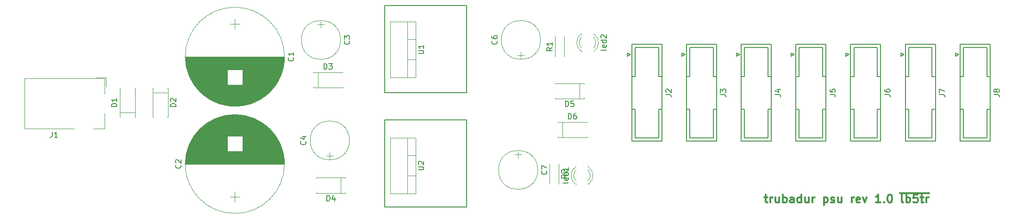
<source format=gbr>
G04 #@! TF.FileFunction,Legend,Top*
%FSLAX46Y46*%
G04 Gerber Fmt 4.6, Leading zero omitted, Abs format (unit mm)*
G04 Created by KiCad (PCBNEW 4.0.7-e2-6376~61~ubuntu18.04.1) date Mon Jul 23 21:43:28 2018*
%MOMM*%
%LPD*%
G01*
G04 APERTURE LIST*
%ADD10C,0.100000*%
%ADD11C,0.300000*%
%ADD12C,0.150000*%
%ADD13C,0.120000*%
G04 APERTURE END LIST*
D10*
D11*
X166500001Y-96178571D02*
X167071430Y-96178571D01*
X166714287Y-95678571D02*
X166714287Y-96964286D01*
X166785715Y-97107143D01*
X166928573Y-97178571D01*
X167071430Y-97178571D01*
X167571430Y-97178571D02*
X167571430Y-96178571D01*
X167571430Y-96464286D02*
X167642858Y-96321429D01*
X167714287Y-96250000D01*
X167857144Y-96178571D01*
X168000001Y-96178571D01*
X169142858Y-96178571D02*
X169142858Y-97178571D01*
X168500001Y-96178571D02*
X168500001Y-96964286D01*
X168571429Y-97107143D01*
X168714287Y-97178571D01*
X168928572Y-97178571D01*
X169071429Y-97107143D01*
X169142858Y-97035714D01*
X169857144Y-97178571D02*
X169857144Y-95678571D01*
X169857144Y-96250000D02*
X170000001Y-96178571D01*
X170285715Y-96178571D01*
X170428572Y-96250000D01*
X170500001Y-96321429D01*
X170571430Y-96464286D01*
X170571430Y-96892857D01*
X170500001Y-97035714D01*
X170428572Y-97107143D01*
X170285715Y-97178571D01*
X170000001Y-97178571D01*
X169857144Y-97107143D01*
X171857144Y-97178571D02*
X171857144Y-96392857D01*
X171785715Y-96250000D01*
X171642858Y-96178571D01*
X171357144Y-96178571D01*
X171214287Y-96250000D01*
X171857144Y-97107143D02*
X171714287Y-97178571D01*
X171357144Y-97178571D01*
X171214287Y-97107143D01*
X171142858Y-96964286D01*
X171142858Y-96821429D01*
X171214287Y-96678571D01*
X171357144Y-96607143D01*
X171714287Y-96607143D01*
X171857144Y-96535714D01*
X173214287Y-97178571D02*
X173214287Y-95678571D01*
X173214287Y-97107143D02*
X173071430Y-97178571D01*
X172785716Y-97178571D01*
X172642858Y-97107143D01*
X172571430Y-97035714D01*
X172500001Y-96892857D01*
X172500001Y-96464286D01*
X172571430Y-96321429D01*
X172642858Y-96250000D01*
X172785716Y-96178571D01*
X173071430Y-96178571D01*
X173214287Y-96250000D01*
X174571430Y-96178571D02*
X174571430Y-97178571D01*
X173928573Y-96178571D02*
X173928573Y-96964286D01*
X174000001Y-97107143D01*
X174142859Y-97178571D01*
X174357144Y-97178571D01*
X174500001Y-97107143D01*
X174571430Y-97035714D01*
X175285716Y-97178571D02*
X175285716Y-96178571D01*
X175285716Y-96464286D02*
X175357144Y-96321429D01*
X175428573Y-96250000D01*
X175571430Y-96178571D01*
X175714287Y-96178571D01*
X177357144Y-96178571D02*
X177357144Y-97678571D01*
X177357144Y-96250000D02*
X177500001Y-96178571D01*
X177785715Y-96178571D01*
X177928572Y-96250000D01*
X178000001Y-96321429D01*
X178071430Y-96464286D01*
X178071430Y-96892857D01*
X178000001Y-97035714D01*
X177928572Y-97107143D01*
X177785715Y-97178571D01*
X177500001Y-97178571D01*
X177357144Y-97107143D01*
X178642858Y-97107143D02*
X178785715Y-97178571D01*
X179071430Y-97178571D01*
X179214287Y-97107143D01*
X179285715Y-96964286D01*
X179285715Y-96892857D01*
X179214287Y-96750000D01*
X179071430Y-96678571D01*
X178857144Y-96678571D01*
X178714287Y-96607143D01*
X178642858Y-96464286D01*
X178642858Y-96392857D01*
X178714287Y-96250000D01*
X178857144Y-96178571D01*
X179071430Y-96178571D01*
X179214287Y-96250000D01*
X180571430Y-96178571D02*
X180571430Y-97178571D01*
X179928573Y-96178571D02*
X179928573Y-96964286D01*
X180000001Y-97107143D01*
X180142859Y-97178571D01*
X180357144Y-97178571D01*
X180500001Y-97107143D01*
X180571430Y-97035714D01*
X182428573Y-97178571D02*
X182428573Y-96178571D01*
X182428573Y-96464286D02*
X182500001Y-96321429D01*
X182571430Y-96250000D01*
X182714287Y-96178571D01*
X182857144Y-96178571D01*
X183928572Y-97107143D02*
X183785715Y-97178571D01*
X183500001Y-97178571D01*
X183357144Y-97107143D01*
X183285715Y-96964286D01*
X183285715Y-96392857D01*
X183357144Y-96250000D01*
X183500001Y-96178571D01*
X183785715Y-96178571D01*
X183928572Y-96250000D01*
X184000001Y-96392857D01*
X184000001Y-96535714D01*
X183285715Y-96678571D01*
X184500001Y-96178571D02*
X184857144Y-97178571D01*
X185214286Y-96178571D01*
X187714286Y-97178571D02*
X186857143Y-97178571D01*
X187285715Y-97178571D02*
X187285715Y-95678571D01*
X187142858Y-95892857D01*
X187000000Y-96035714D01*
X186857143Y-96107143D01*
X188357143Y-97035714D02*
X188428571Y-97107143D01*
X188357143Y-97178571D01*
X188285714Y-97107143D01*
X188357143Y-97035714D01*
X188357143Y-97178571D01*
X189357143Y-95678571D02*
X189500000Y-95678571D01*
X189642857Y-95750000D01*
X189714286Y-95821429D01*
X189785715Y-95964286D01*
X189857143Y-96250000D01*
X189857143Y-96607143D01*
X189785715Y-96892857D01*
X189714286Y-97035714D01*
X189642857Y-97107143D01*
X189500000Y-97178571D01*
X189357143Y-97178571D01*
X189214286Y-97107143D01*
X189142857Y-97035714D01*
X189071429Y-96892857D01*
X189000000Y-96607143D01*
X189000000Y-96250000D01*
X189071429Y-95964286D01*
X189142857Y-95821429D01*
X189214286Y-95750000D01*
X189357143Y-95678571D01*
X191857143Y-97178571D02*
X191714285Y-97107143D01*
X191642857Y-96964286D01*
X191642857Y-95678571D01*
X192428571Y-97178571D02*
X192428571Y-95678571D01*
X192428571Y-96250000D02*
X192571428Y-96178571D01*
X192857142Y-96178571D01*
X192999999Y-96250000D01*
X193071428Y-96321429D01*
X193142857Y-96464286D01*
X193142857Y-96892857D01*
X193071428Y-97035714D01*
X192999999Y-97107143D01*
X192857142Y-97178571D01*
X192571428Y-97178571D01*
X192428571Y-97107143D01*
X194500000Y-95678571D02*
X193785714Y-95678571D01*
X193714285Y-96392857D01*
X193785714Y-96321429D01*
X193928571Y-96250000D01*
X194285714Y-96250000D01*
X194428571Y-96321429D01*
X194500000Y-96392857D01*
X194571428Y-96535714D01*
X194571428Y-96892857D01*
X194500000Y-97035714D01*
X194428571Y-97107143D01*
X194285714Y-97178571D01*
X193928571Y-97178571D01*
X193785714Y-97107143D01*
X193714285Y-97035714D01*
X194999999Y-96178571D02*
X195571428Y-96178571D01*
X195214285Y-95678571D02*
X195214285Y-96964286D01*
X195285713Y-97107143D01*
X195428571Y-97178571D01*
X195571428Y-97178571D01*
X196071428Y-97178571D02*
X196071428Y-96178571D01*
X196071428Y-96464286D02*
X196142856Y-96321429D01*
X196214285Y-96250000D01*
X196357142Y-96178571D01*
X196499999Y-96178571D01*
X191285714Y-95420000D02*
X196642856Y-95420000D01*
D12*
X112000000Y-98000000D02*
X112000000Y-87500000D01*
X97000000Y-98000000D02*
X112000000Y-98000000D01*
X97000000Y-82000000D02*
X97000000Y-98000000D01*
X112000000Y-82000000D02*
X97000000Y-82000000D01*
X112000000Y-87500000D02*
X112000000Y-82000000D01*
D13*
X78718000Y-70386000D02*
G75*
G03X78718000Y-70386000I-9090000J0D01*
G01*
X78678000Y-70386000D02*
X60578000Y-70386000D01*
X78678000Y-70426000D02*
X60578000Y-70426000D01*
X78678000Y-70466000D02*
X60578000Y-70466000D01*
X78678000Y-70506000D02*
X60578000Y-70506000D01*
X78677000Y-70546000D02*
X60579000Y-70546000D01*
X78676000Y-70586000D02*
X60580000Y-70586000D01*
X78675000Y-70626000D02*
X60581000Y-70626000D01*
X78674000Y-70666000D02*
X60582000Y-70666000D01*
X78673000Y-70706000D02*
X60583000Y-70706000D01*
X78671000Y-70746000D02*
X60585000Y-70746000D01*
X78670000Y-70786000D02*
X60586000Y-70786000D01*
X78668000Y-70826000D02*
X60588000Y-70826000D01*
X78666000Y-70866000D02*
X60590000Y-70866000D01*
X78664000Y-70906000D02*
X60592000Y-70906000D01*
X78661000Y-70946000D02*
X60595000Y-70946000D01*
X78659000Y-70986000D02*
X60597000Y-70986000D01*
X78656000Y-71026000D02*
X60600000Y-71026000D01*
X78653000Y-71066000D02*
X60603000Y-71066000D01*
X78650000Y-71107000D02*
X60606000Y-71107000D01*
X78647000Y-71147000D02*
X60609000Y-71147000D01*
X78643000Y-71187000D02*
X60613000Y-71187000D01*
X78640000Y-71227000D02*
X60616000Y-71227000D01*
X78636000Y-71267000D02*
X60620000Y-71267000D01*
X78632000Y-71307000D02*
X60624000Y-71307000D01*
X78628000Y-71347000D02*
X60628000Y-71347000D01*
X78623000Y-71387000D02*
X60633000Y-71387000D01*
X78619000Y-71427000D02*
X60637000Y-71427000D01*
X78614000Y-71467000D02*
X60642000Y-71467000D01*
X78609000Y-71507000D02*
X60647000Y-71507000D01*
X78604000Y-71547000D02*
X60652000Y-71547000D01*
X78599000Y-71587000D02*
X60657000Y-71587000D01*
X78594000Y-71627000D02*
X60662000Y-71627000D01*
X78588000Y-71667000D02*
X60668000Y-71667000D01*
X78582000Y-71707000D02*
X60674000Y-71707000D01*
X78576000Y-71747000D02*
X60680000Y-71747000D01*
X78570000Y-71787000D02*
X60686000Y-71787000D01*
X78564000Y-71827000D02*
X60692000Y-71827000D01*
X78557000Y-71867000D02*
X60699000Y-71867000D01*
X78551000Y-71907000D02*
X60705000Y-71907000D01*
X78544000Y-71947000D02*
X60712000Y-71947000D01*
X78537000Y-71987000D02*
X60719000Y-71987000D01*
X78529000Y-72027000D02*
X60727000Y-72027000D01*
X78522000Y-72067000D02*
X60734000Y-72067000D01*
X78514000Y-72107000D02*
X60742000Y-72107000D01*
X78506000Y-72147000D02*
X60750000Y-72147000D01*
X78498000Y-72187000D02*
X60758000Y-72187000D01*
X78490000Y-72227000D02*
X60766000Y-72227000D01*
X78482000Y-72267000D02*
X60774000Y-72267000D01*
X78473000Y-72307000D02*
X60783000Y-72307000D01*
X78465000Y-72347000D02*
X60791000Y-72347000D01*
X78456000Y-72387000D02*
X60800000Y-72387000D01*
X78447000Y-72427000D02*
X60809000Y-72427000D01*
X78437000Y-72467000D02*
X60819000Y-72467000D01*
X78428000Y-72507000D02*
X60828000Y-72507000D01*
X78418000Y-72547000D02*
X60838000Y-72547000D01*
X78408000Y-72587000D02*
X60848000Y-72587000D01*
X78398000Y-72627000D02*
X60858000Y-72627000D01*
X78388000Y-72667000D02*
X60868000Y-72667000D01*
X78377000Y-72707000D02*
X60879000Y-72707000D01*
X78367000Y-72747000D02*
X60889000Y-72747000D01*
X78356000Y-72787000D02*
X71008000Y-72787000D01*
X68248000Y-72787000D02*
X60900000Y-72787000D01*
X78345000Y-72827000D02*
X71008000Y-72827000D01*
X68248000Y-72827000D02*
X60911000Y-72827000D01*
X78334000Y-72867000D02*
X71008000Y-72867000D01*
X68248000Y-72867000D02*
X60922000Y-72867000D01*
X78322000Y-72907000D02*
X71008000Y-72907000D01*
X68248000Y-72907000D02*
X60934000Y-72907000D01*
X78311000Y-72947000D02*
X71008000Y-72947000D01*
X68248000Y-72947000D02*
X60945000Y-72947000D01*
X78299000Y-72987000D02*
X71008000Y-72987000D01*
X68248000Y-72987000D02*
X60957000Y-72987000D01*
X78287000Y-73027000D02*
X71008000Y-73027000D01*
X68248000Y-73027000D02*
X60969000Y-73027000D01*
X78274000Y-73067000D02*
X71008000Y-73067000D01*
X68248000Y-73067000D02*
X60982000Y-73067000D01*
X78262000Y-73107000D02*
X71008000Y-73107000D01*
X68248000Y-73107000D02*
X60994000Y-73107000D01*
X78249000Y-73147000D02*
X71008000Y-73147000D01*
X68248000Y-73147000D02*
X61007000Y-73147000D01*
X78237000Y-73187000D02*
X71008000Y-73187000D01*
X68248000Y-73187000D02*
X61019000Y-73187000D01*
X78223000Y-73227000D02*
X71008000Y-73227000D01*
X68248000Y-73227000D02*
X61033000Y-73227000D01*
X78210000Y-73267000D02*
X71008000Y-73267000D01*
X68248000Y-73267000D02*
X61046000Y-73267000D01*
X78197000Y-73307000D02*
X71008000Y-73307000D01*
X68248000Y-73307000D02*
X61059000Y-73307000D01*
X78183000Y-73347000D02*
X71008000Y-73347000D01*
X68248000Y-73347000D02*
X61073000Y-73347000D01*
X78169000Y-73387000D02*
X71008000Y-73387000D01*
X68248000Y-73387000D02*
X61087000Y-73387000D01*
X78155000Y-73427000D02*
X71008000Y-73427000D01*
X68248000Y-73427000D02*
X61101000Y-73427000D01*
X78141000Y-73467000D02*
X71008000Y-73467000D01*
X68248000Y-73467000D02*
X61115000Y-73467000D01*
X78126000Y-73507000D02*
X71008000Y-73507000D01*
X68248000Y-73507000D02*
X61130000Y-73507000D01*
X78112000Y-73547000D02*
X71008000Y-73547000D01*
X68248000Y-73547000D02*
X61144000Y-73547000D01*
X78097000Y-73587000D02*
X71008000Y-73587000D01*
X68248000Y-73587000D02*
X61159000Y-73587000D01*
X78081000Y-73627000D02*
X71008000Y-73627000D01*
X68248000Y-73627000D02*
X61175000Y-73627000D01*
X78066000Y-73667000D02*
X71008000Y-73667000D01*
X68248000Y-73667000D02*
X61190000Y-73667000D01*
X78051000Y-73707000D02*
X71008000Y-73707000D01*
X68248000Y-73707000D02*
X61205000Y-73707000D01*
X78035000Y-73747000D02*
X71008000Y-73747000D01*
X68248000Y-73747000D02*
X61221000Y-73747000D01*
X78019000Y-73787000D02*
X71008000Y-73787000D01*
X68248000Y-73787000D02*
X61237000Y-73787000D01*
X78002000Y-73827000D02*
X71008000Y-73827000D01*
X68248000Y-73827000D02*
X61254000Y-73827000D01*
X77986000Y-73867000D02*
X71008000Y-73867000D01*
X68248000Y-73867000D02*
X61270000Y-73867000D01*
X77969000Y-73907000D02*
X71008000Y-73907000D01*
X68248000Y-73907000D02*
X61287000Y-73907000D01*
X77952000Y-73947000D02*
X71008000Y-73947000D01*
X68248000Y-73947000D02*
X61304000Y-73947000D01*
X77935000Y-73987000D02*
X71008000Y-73987000D01*
X68248000Y-73987000D02*
X61321000Y-73987000D01*
X77918000Y-74027000D02*
X71008000Y-74027000D01*
X68248000Y-74027000D02*
X61338000Y-74027000D01*
X77900000Y-74067000D02*
X71008000Y-74067000D01*
X68248000Y-74067000D02*
X61356000Y-74067000D01*
X77882000Y-74107000D02*
X71008000Y-74107000D01*
X68248000Y-74107000D02*
X61374000Y-74107000D01*
X77864000Y-74147000D02*
X71008000Y-74147000D01*
X68248000Y-74147000D02*
X61392000Y-74147000D01*
X77846000Y-74187000D02*
X71008000Y-74187000D01*
X68248000Y-74187000D02*
X61410000Y-74187000D01*
X77828000Y-74227000D02*
X71008000Y-74227000D01*
X68248000Y-74227000D02*
X61428000Y-74227000D01*
X77809000Y-74267000D02*
X71008000Y-74267000D01*
X68248000Y-74267000D02*
X61447000Y-74267000D01*
X77790000Y-74307000D02*
X71008000Y-74307000D01*
X68248000Y-74307000D02*
X61466000Y-74307000D01*
X77771000Y-74347000D02*
X71008000Y-74347000D01*
X68248000Y-74347000D02*
X61485000Y-74347000D01*
X77751000Y-74387000D02*
X71008000Y-74387000D01*
X68248000Y-74387000D02*
X61505000Y-74387000D01*
X77731000Y-74427000D02*
X71008000Y-74427000D01*
X68248000Y-74427000D02*
X61525000Y-74427000D01*
X77711000Y-74467000D02*
X71008000Y-74467000D01*
X68248000Y-74467000D02*
X61545000Y-74467000D01*
X77691000Y-74507000D02*
X71008000Y-74507000D01*
X68248000Y-74507000D02*
X61565000Y-74507000D01*
X77671000Y-74547000D02*
X71008000Y-74547000D01*
X68248000Y-74547000D02*
X61585000Y-74547000D01*
X77650000Y-74587000D02*
X71008000Y-74587000D01*
X68248000Y-74587000D02*
X61606000Y-74587000D01*
X77629000Y-74627000D02*
X71008000Y-74627000D01*
X68248000Y-74627000D02*
X61627000Y-74627000D01*
X77608000Y-74667000D02*
X71008000Y-74667000D01*
X68248000Y-74667000D02*
X61648000Y-74667000D01*
X77586000Y-74707000D02*
X71008000Y-74707000D01*
X68248000Y-74707000D02*
X61670000Y-74707000D01*
X77565000Y-74747000D02*
X71008000Y-74747000D01*
X68248000Y-74747000D02*
X61691000Y-74747000D01*
X77543000Y-74787000D02*
X71008000Y-74787000D01*
X68248000Y-74787000D02*
X61713000Y-74787000D01*
X77520000Y-74827000D02*
X71008000Y-74827000D01*
X68248000Y-74827000D02*
X61736000Y-74827000D01*
X77498000Y-74867000D02*
X71008000Y-74867000D01*
X68248000Y-74867000D02*
X61758000Y-74867000D01*
X77475000Y-74907000D02*
X71008000Y-74907000D01*
X68248000Y-74907000D02*
X61781000Y-74907000D01*
X77452000Y-74947000D02*
X71008000Y-74947000D01*
X68248000Y-74947000D02*
X61804000Y-74947000D01*
X77429000Y-74987000D02*
X71008000Y-74987000D01*
X68248000Y-74987000D02*
X61827000Y-74987000D01*
X77405000Y-75027000D02*
X71008000Y-75027000D01*
X68248000Y-75027000D02*
X61851000Y-75027000D01*
X77381000Y-75067000D02*
X71008000Y-75067000D01*
X68248000Y-75067000D02*
X61875000Y-75067000D01*
X77357000Y-75107000D02*
X71008000Y-75107000D01*
X68248000Y-75107000D02*
X61899000Y-75107000D01*
X77333000Y-75147000D02*
X71008000Y-75147000D01*
X68248000Y-75147000D02*
X61923000Y-75147000D01*
X77308000Y-75187000D02*
X71008000Y-75187000D01*
X68248000Y-75187000D02*
X61948000Y-75187000D01*
X77283000Y-75227000D02*
X71008000Y-75227000D01*
X68248000Y-75227000D02*
X61973000Y-75227000D01*
X77258000Y-75267000D02*
X71008000Y-75267000D01*
X68248000Y-75267000D02*
X61998000Y-75267000D01*
X77232000Y-75307000D02*
X71008000Y-75307000D01*
X68248000Y-75307000D02*
X62024000Y-75307000D01*
X77206000Y-75347000D02*
X71008000Y-75347000D01*
X68248000Y-75347000D02*
X62050000Y-75347000D01*
X77180000Y-75387000D02*
X71008000Y-75387000D01*
X68248000Y-75387000D02*
X62076000Y-75387000D01*
X77153000Y-75427000D02*
X71008000Y-75427000D01*
X68248000Y-75427000D02*
X62103000Y-75427000D01*
X77127000Y-75467000D02*
X71008000Y-75467000D01*
X68248000Y-75467000D02*
X62129000Y-75467000D01*
X77099000Y-75507000D02*
X71008000Y-75507000D01*
X68248000Y-75507000D02*
X62157000Y-75507000D01*
X77072000Y-75547000D02*
X62184000Y-75547000D01*
X77044000Y-75587000D02*
X62212000Y-75587000D01*
X77016000Y-75627000D02*
X62240000Y-75627000D01*
X76988000Y-75667000D02*
X62268000Y-75667000D01*
X76959000Y-75707000D02*
X62297000Y-75707000D01*
X76930000Y-75747000D02*
X62326000Y-75747000D01*
X76901000Y-75787000D02*
X62355000Y-75787000D01*
X76871000Y-75827000D02*
X62385000Y-75827000D01*
X76841000Y-75867000D02*
X62415000Y-75867000D01*
X76811000Y-75907000D02*
X62445000Y-75907000D01*
X76780000Y-75947000D02*
X62476000Y-75947000D01*
X76749000Y-75987000D02*
X62507000Y-75987000D01*
X76717000Y-76027000D02*
X62539000Y-76027000D01*
X76685000Y-76067000D02*
X62571000Y-76067000D01*
X76653000Y-76107000D02*
X62603000Y-76107000D01*
X76621000Y-76147000D02*
X62635000Y-76147000D01*
X76588000Y-76187000D02*
X62668000Y-76187000D01*
X76554000Y-76227000D02*
X62702000Y-76227000D01*
X76521000Y-76267000D02*
X62735000Y-76267000D01*
X76486000Y-76307000D02*
X62770000Y-76307000D01*
X76452000Y-76347000D02*
X62804000Y-76347000D01*
X76417000Y-76387000D02*
X62839000Y-76387000D01*
X76382000Y-76427000D02*
X62874000Y-76427000D01*
X76346000Y-76467000D02*
X62910000Y-76467000D01*
X76310000Y-76507000D02*
X62946000Y-76507000D01*
X76273000Y-76547000D02*
X62983000Y-76547000D01*
X76236000Y-76587000D02*
X63020000Y-76587000D01*
X76198000Y-76627000D02*
X63058000Y-76627000D01*
X76160000Y-76667000D02*
X63096000Y-76667000D01*
X76122000Y-76707000D02*
X63134000Y-76707000D01*
X76083000Y-76747000D02*
X63173000Y-76747000D01*
X76044000Y-76787000D02*
X63212000Y-76787000D01*
X76004000Y-76827000D02*
X63252000Y-76827000D01*
X75963000Y-76867000D02*
X63293000Y-76867000D01*
X75922000Y-76907000D02*
X63334000Y-76907000D01*
X75881000Y-76947000D02*
X63375000Y-76947000D01*
X75839000Y-76987000D02*
X63417000Y-76987000D01*
X75796000Y-77027000D02*
X63460000Y-77027000D01*
X75753000Y-77067000D02*
X63503000Y-77067000D01*
X75710000Y-77107000D02*
X63546000Y-77107000D01*
X75666000Y-77147000D02*
X63590000Y-77147000D01*
X75621000Y-77187000D02*
X63635000Y-77187000D01*
X75575000Y-77227000D02*
X63681000Y-77227000D01*
X75529000Y-77267000D02*
X63727000Y-77267000D01*
X75483000Y-77307000D02*
X63773000Y-77307000D01*
X75435000Y-77347000D02*
X63821000Y-77347000D01*
X75387000Y-77387000D02*
X63869000Y-77387000D01*
X75339000Y-77427000D02*
X63917000Y-77427000D01*
X75290000Y-77467000D02*
X63966000Y-77467000D01*
X75239000Y-77507000D02*
X64017000Y-77507000D01*
X75189000Y-77547000D02*
X64067000Y-77547000D01*
X75137000Y-77587000D02*
X64119000Y-77587000D01*
X75085000Y-77627000D02*
X64171000Y-77627000D01*
X75032000Y-77667000D02*
X64224000Y-77667000D01*
X74978000Y-77707000D02*
X64278000Y-77707000D01*
X74923000Y-77747000D02*
X64333000Y-77747000D01*
X74868000Y-77787000D02*
X64388000Y-77787000D01*
X74811000Y-77827000D02*
X64445000Y-77827000D01*
X74754000Y-77867000D02*
X64502000Y-77867000D01*
X74695000Y-77907000D02*
X64561000Y-77907000D01*
X74636000Y-77947000D02*
X64620000Y-77947000D01*
X74575000Y-77987000D02*
X64681000Y-77987000D01*
X74514000Y-78027000D02*
X64742000Y-78027000D01*
X74451000Y-78067000D02*
X64805000Y-78067000D01*
X74387000Y-78107000D02*
X64869000Y-78107000D01*
X74322000Y-78147000D02*
X64934000Y-78147000D01*
X74256000Y-78187000D02*
X65000000Y-78187000D01*
X74189000Y-78227000D02*
X65067000Y-78227000D01*
X74120000Y-78267000D02*
X65136000Y-78267000D01*
X74050000Y-78307000D02*
X65206000Y-78307000D01*
X73978000Y-78347000D02*
X65278000Y-78347000D01*
X73905000Y-78387000D02*
X65351000Y-78387000D01*
X73830000Y-78427000D02*
X65426000Y-78427000D01*
X73753000Y-78467000D02*
X65503000Y-78467000D01*
X73674000Y-78507000D02*
X65582000Y-78507000D01*
X73594000Y-78547000D02*
X65662000Y-78547000D01*
X73511000Y-78586000D02*
X65745000Y-78586000D01*
X73427000Y-78626000D02*
X65829000Y-78626000D01*
X73339000Y-78666000D02*
X65917000Y-78666000D01*
X73250000Y-78706000D02*
X66006000Y-78706000D01*
X73158000Y-78746000D02*
X66098000Y-78746000D01*
X73062000Y-78786000D02*
X66194000Y-78786000D01*
X72964000Y-78826000D02*
X66292000Y-78826000D01*
X72862000Y-78866000D02*
X66394000Y-78866000D01*
X72757000Y-78906000D02*
X66499000Y-78906000D01*
X72647000Y-78946000D02*
X66609000Y-78946000D01*
X72533000Y-78986000D02*
X66723000Y-78986000D01*
X72413000Y-79026000D02*
X66843000Y-79026000D01*
X72288000Y-79066000D02*
X66968000Y-79066000D01*
X72156000Y-79106000D02*
X67100000Y-79106000D01*
X72016000Y-79146000D02*
X67240000Y-79146000D01*
X71866000Y-79186000D02*
X67390000Y-79186000D01*
X71706000Y-79226000D02*
X67550000Y-79226000D01*
X71531000Y-79266000D02*
X67725000Y-79266000D01*
X71338000Y-79306000D02*
X67918000Y-79306000D01*
X71120000Y-79346000D02*
X68136000Y-79346000D01*
X70864000Y-79386000D02*
X68392000Y-79386000D01*
X70541000Y-79426000D02*
X68715000Y-79426000D01*
X70015000Y-79466000D02*
X69241000Y-79466000D01*
X69628000Y-63436000D02*
X69628000Y-65236000D01*
X70528000Y-64336000D02*
X68728000Y-64336000D01*
X78718000Y-90078000D02*
G75*
G03X78718000Y-90078000I-9090000J0D01*
G01*
X60578000Y-90078000D02*
X78678000Y-90078000D01*
X60578000Y-90038000D02*
X78678000Y-90038000D01*
X60578000Y-89998000D02*
X78678000Y-89998000D01*
X60578000Y-89958000D02*
X78678000Y-89958000D01*
X60579000Y-89918000D02*
X78677000Y-89918000D01*
X60580000Y-89878000D02*
X78676000Y-89878000D01*
X60581000Y-89838000D02*
X78675000Y-89838000D01*
X60582000Y-89798000D02*
X78674000Y-89798000D01*
X60583000Y-89758000D02*
X78673000Y-89758000D01*
X60585000Y-89718000D02*
X78671000Y-89718000D01*
X60586000Y-89678000D02*
X78670000Y-89678000D01*
X60588000Y-89638000D02*
X78668000Y-89638000D01*
X60590000Y-89598000D02*
X78666000Y-89598000D01*
X60592000Y-89558000D02*
X78664000Y-89558000D01*
X60595000Y-89518000D02*
X78661000Y-89518000D01*
X60597000Y-89478000D02*
X78659000Y-89478000D01*
X60600000Y-89438000D02*
X78656000Y-89438000D01*
X60603000Y-89398000D02*
X78653000Y-89398000D01*
X60606000Y-89357000D02*
X78650000Y-89357000D01*
X60609000Y-89317000D02*
X78647000Y-89317000D01*
X60613000Y-89277000D02*
X78643000Y-89277000D01*
X60616000Y-89237000D02*
X78640000Y-89237000D01*
X60620000Y-89197000D02*
X78636000Y-89197000D01*
X60624000Y-89157000D02*
X78632000Y-89157000D01*
X60628000Y-89117000D02*
X78628000Y-89117000D01*
X60633000Y-89077000D02*
X78623000Y-89077000D01*
X60637000Y-89037000D02*
X78619000Y-89037000D01*
X60642000Y-88997000D02*
X78614000Y-88997000D01*
X60647000Y-88957000D02*
X78609000Y-88957000D01*
X60652000Y-88917000D02*
X78604000Y-88917000D01*
X60657000Y-88877000D02*
X78599000Y-88877000D01*
X60662000Y-88837000D02*
X78594000Y-88837000D01*
X60668000Y-88797000D02*
X78588000Y-88797000D01*
X60674000Y-88757000D02*
X78582000Y-88757000D01*
X60680000Y-88717000D02*
X78576000Y-88717000D01*
X60686000Y-88677000D02*
X78570000Y-88677000D01*
X60692000Y-88637000D02*
X78564000Y-88637000D01*
X60699000Y-88597000D02*
X78557000Y-88597000D01*
X60705000Y-88557000D02*
X78551000Y-88557000D01*
X60712000Y-88517000D02*
X78544000Y-88517000D01*
X60719000Y-88477000D02*
X78537000Y-88477000D01*
X60727000Y-88437000D02*
X78529000Y-88437000D01*
X60734000Y-88397000D02*
X78522000Y-88397000D01*
X60742000Y-88357000D02*
X78514000Y-88357000D01*
X60750000Y-88317000D02*
X78506000Y-88317000D01*
X60758000Y-88277000D02*
X78498000Y-88277000D01*
X60766000Y-88237000D02*
X78490000Y-88237000D01*
X60774000Y-88197000D02*
X78482000Y-88197000D01*
X60783000Y-88157000D02*
X78473000Y-88157000D01*
X60791000Y-88117000D02*
X78465000Y-88117000D01*
X60800000Y-88077000D02*
X78456000Y-88077000D01*
X60809000Y-88037000D02*
X78447000Y-88037000D01*
X60819000Y-87997000D02*
X78437000Y-87997000D01*
X60828000Y-87957000D02*
X78428000Y-87957000D01*
X60838000Y-87917000D02*
X78418000Y-87917000D01*
X60848000Y-87877000D02*
X78408000Y-87877000D01*
X60858000Y-87837000D02*
X78398000Y-87837000D01*
X60868000Y-87797000D02*
X78388000Y-87797000D01*
X60879000Y-87757000D02*
X78377000Y-87757000D01*
X60889000Y-87717000D02*
X78367000Y-87717000D01*
X60900000Y-87677000D02*
X68248000Y-87677000D01*
X71008000Y-87677000D02*
X78356000Y-87677000D01*
X60911000Y-87637000D02*
X68248000Y-87637000D01*
X71008000Y-87637000D02*
X78345000Y-87637000D01*
X60922000Y-87597000D02*
X68248000Y-87597000D01*
X71008000Y-87597000D02*
X78334000Y-87597000D01*
X60934000Y-87557000D02*
X68248000Y-87557000D01*
X71008000Y-87557000D02*
X78322000Y-87557000D01*
X60945000Y-87517000D02*
X68248000Y-87517000D01*
X71008000Y-87517000D02*
X78311000Y-87517000D01*
X60957000Y-87477000D02*
X68248000Y-87477000D01*
X71008000Y-87477000D02*
X78299000Y-87477000D01*
X60969000Y-87437000D02*
X68248000Y-87437000D01*
X71008000Y-87437000D02*
X78287000Y-87437000D01*
X60982000Y-87397000D02*
X68248000Y-87397000D01*
X71008000Y-87397000D02*
X78274000Y-87397000D01*
X60994000Y-87357000D02*
X68248000Y-87357000D01*
X71008000Y-87357000D02*
X78262000Y-87357000D01*
X61007000Y-87317000D02*
X68248000Y-87317000D01*
X71008000Y-87317000D02*
X78249000Y-87317000D01*
X61019000Y-87277000D02*
X68248000Y-87277000D01*
X71008000Y-87277000D02*
X78237000Y-87277000D01*
X61033000Y-87237000D02*
X68248000Y-87237000D01*
X71008000Y-87237000D02*
X78223000Y-87237000D01*
X61046000Y-87197000D02*
X68248000Y-87197000D01*
X71008000Y-87197000D02*
X78210000Y-87197000D01*
X61059000Y-87157000D02*
X68248000Y-87157000D01*
X71008000Y-87157000D02*
X78197000Y-87157000D01*
X61073000Y-87117000D02*
X68248000Y-87117000D01*
X71008000Y-87117000D02*
X78183000Y-87117000D01*
X61087000Y-87077000D02*
X68248000Y-87077000D01*
X71008000Y-87077000D02*
X78169000Y-87077000D01*
X61101000Y-87037000D02*
X68248000Y-87037000D01*
X71008000Y-87037000D02*
X78155000Y-87037000D01*
X61115000Y-86997000D02*
X68248000Y-86997000D01*
X71008000Y-86997000D02*
X78141000Y-86997000D01*
X61130000Y-86957000D02*
X68248000Y-86957000D01*
X71008000Y-86957000D02*
X78126000Y-86957000D01*
X61144000Y-86917000D02*
X68248000Y-86917000D01*
X71008000Y-86917000D02*
X78112000Y-86917000D01*
X61159000Y-86877000D02*
X68248000Y-86877000D01*
X71008000Y-86877000D02*
X78097000Y-86877000D01*
X61175000Y-86837000D02*
X68248000Y-86837000D01*
X71008000Y-86837000D02*
X78081000Y-86837000D01*
X61190000Y-86797000D02*
X68248000Y-86797000D01*
X71008000Y-86797000D02*
X78066000Y-86797000D01*
X61205000Y-86757000D02*
X68248000Y-86757000D01*
X71008000Y-86757000D02*
X78051000Y-86757000D01*
X61221000Y-86717000D02*
X68248000Y-86717000D01*
X71008000Y-86717000D02*
X78035000Y-86717000D01*
X61237000Y-86677000D02*
X68248000Y-86677000D01*
X71008000Y-86677000D02*
X78019000Y-86677000D01*
X61254000Y-86637000D02*
X68248000Y-86637000D01*
X71008000Y-86637000D02*
X78002000Y-86637000D01*
X61270000Y-86597000D02*
X68248000Y-86597000D01*
X71008000Y-86597000D02*
X77986000Y-86597000D01*
X61287000Y-86557000D02*
X68248000Y-86557000D01*
X71008000Y-86557000D02*
X77969000Y-86557000D01*
X61304000Y-86517000D02*
X68248000Y-86517000D01*
X71008000Y-86517000D02*
X77952000Y-86517000D01*
X61321000Y-86477000D02*
X68248000Y-86477000D01*
X71008000Y-86477000D02*
X77935000Y-86477000D01*
X61338000Y-86437000D02*
X68248000Y-86437000D01*
X71008000Y-86437000D02*
X77918000Y-86437000D01*
X61356000Y-86397000D02*
X68248000Y-86397000D01*
X71008000Y-86397000D02*
X77900000Y-86397000D01*
X61374000Y-86357000D02*
X68248000Y-86357000D01*
X71008000Y-86357000D02*
X77882000Y-86357000D01*
X61392000Y-86317000D02*
X68248000Y-86317000D01*
X71008000Y-86317000D02*
X77864000Y-86317000D01*
X61410000Y-86277000D02*
X68248000Y-86277000D01*
X71008000Y-86277000D02*
X77846000Y-86277000D01*
X61428000Y-86237000D02*
X68248000Y-86237000D01*
X71008000Y-86237000D02*
X77828000Y-86237000D01*
X61447000Y-86197000D02*
X68248000Y-86197000D01*
X71008000Y-86197000D02*
X77809000Y-86197000D01*
X61466000Y-86157000D02*
X68248000Y-86157000D01*
X71008000Y-86157000D02*
X77790000Y-86157000D01*
X61485000Y-86117000D02*
X68248000Y-86117000D01*
X71008000Y-86117000D02*
X77771000Y-86117000D01*
X61505000Y-86077000D02*
X68248000Y-86077000D01*
X71008000Y-86077000D02*
X77751000Y-86077000D01*
X61525000Y-86037000D02*
X68248000Y-86037000D01*
X71008000Y-86037000D02*
X77731000Y-86037000D01*
X61545000Y-85997000D02*
X68248000Y-85997000D01*
X71008000Y-85997000D02*
X77711000Y-85997000D01*
X61565000Y-85957000D02*
X68248000Y-85957000D01*
X71008000Y-85957000D02*
X77691000Y-85957000D01*
X61585000Y-85917000D02*
X68248000Y-85917000D01*
X71008000Y-85917000D02*
X77671000Y-85917000D01*
X61606000Y-85877000D02*
X68248000Y-85877000D01*
X71008000Y-85877000D02*
X77650000Y-85877000D01*
X61627000Y-85837000D02*
X68248000Y-85837000D01*
X71008000Y-85837000D02*
X77629000Y-85837000D01*
X61648000Y-85797000D02*
X68248000Y-85797000D01*
X71008000Y-85797000D02*
X77608000Y-85797000D01*
X61670000Y-85757000D02*
X68248000Y-85757000D01*
X71008000Y-85757000D02*
X77586000Y-85757000D01*
X61691000Y-85717000D02*
X68248000Y-85717000D01*
X71008000Y-85717000D02*
X77565000Y-85717000D01*
X61713000Y-85677000D02*
X68248000Y-85677000D01*
X71008000Y-85677000D02*
X77543000Y-85677000D01*
X61736000Y-85637000D02*
X68248000Y-85637000D01*
X71008000Y-85637000D02*
X77520000Y-85637000D01*
X61758000Y-85597000D02*
X68248000Y-85597000D01*
X71008000Y-85597000D02*
X77498000Y-85597000D01*
X61781000Y-85557000D02*
X68248000Y-85557000D01*
X71008000Y-85557000D02*
X77475000Y-85557000D01*
X61804000Y-85517000D02*
X68248000Y-85517000D01*
X71008000Y-85517000D02*
X77452000Y-85517000D01*
X61827000Y-85477000D02*
X68248000Y-85477000D01*
X71008000Y-85477000D02*
X77429000Y-85477000D01*
X61851000Y-85437000D02*
X68248000Y-85437000D01*
X71008000Y-85437000D02*
X77405000Y-85437000D01*
X61875000Y-85397000D02*
X68248000Y-85397000D01*
X71008000Y-85397000D02*
X77381000Y-85397000D01*
X61899000Y-85357000D02*
X68248000Y-85357000D01*
X71008000Y-85357000D02*
X77357000Y-85357000D01*
X61923000Y-85317000D02*
X68248000Y-85317000D01*
X71008000Y-85317000D02*
X77333000Y-85317000D01*
X61948000Y-85277000D02*
X68248000Y-85277000D01*
X71008000Y-85277000D02*
X77308000Y-85277000D01*
X61973000Y-85237000D02*
X68248000Y-85237000D01*
X71008000Y-85237000D02*
X77283000Y-85237000D01*
X61998000Y-85197000D02*
X68248000Y-85197000D01*
X71008000Y-85197000D02*
X77258000Y-85197000D01*
X62024000Y-85157000D02*
X68248000Y-85157000D01*
X71008000Y-85157000D02*
X77232000Y-85157000D01*
X62050000Y-85117000D02*
X68248000Y-85117000D01*
X71008000Y-85117000D02*
X77206000Y-85117000D01*
X62076000Y-85077000D02*
X68248000Y-85077000D01*
X71008000Y-85077000D02*
X77180000Y-85077000D01*
X62103000Y-85037000D02*
X68248000Y-85037000D01*
X71008000Y-85037000D02*
X77153000Y-85037000D01*
X62129000Y-84997000D02*
X68248000Y-84997000D01*
X71008000Y-84997000D02*
X77127000Y-84997000D01*
X62157000Y-84957000D02*
X68248000Y-84957000D01*
X71008000Y-84957000D02*
X77099000Y-84957000D01*
X62184000Y-84917000D02*
X77072000Y-84917000D01*
X62212000Y-84877000D02*
X77044000Y-84877000D01*
X62240000Y-84837000D02*
X77016000Y-84837000D01*
X62268000Y-84797000D02*
X76988000Y-84797000D01*
X62297000Y-84757000D02*
X76959000Y-84757000D01*
X62326000Y-84717000D02*
X76930000Y-84717000D01*
X62355000Y-84677000D02*
X76901000Y-84677000D01*
X62385000Y-84637000D02*
X76871000Y-84637000D01*
X62415000Y-84597000D02*
X76841000Y-84597000D01*
X62445000Y-84557000D02*
X76811000Y-84557000D01*
X62476000Y-84517000D02*
X76780000Y-84517000D01*
X62507000Y-84477000D02*
X76749000Y-84477000D01*
X62539000Y-84437000D02*
X76717000Y-84437000D01*
X62571000Y-84397000D02*
X76685000Y-84397000D01*
X62603000Y-84357000D02*
X76653000Y-84357000D01*
X62635000Y-84317000D02*
X76621000Y-84317000D01*
X62668000Y-84277000D02*
X76588000Y-84277000D01*
X62702000Y-84237000D02*
X76554000Y-84237000D01*
X62735000Y-84197000D02*
X76521000Y-84197000D01*
X62770000Y-84157000D02*
X76486000Y-84157000D01*
X62804000Y-84117000D02*
X76452000Y-84117000D01*
X62839000Y-84077000D02*
X76417000Y-84077000D01*
X62874000Y-84037000D02*
X76382000Y-84037000D01*
X62910000Y-83997000D02*
X76346000Y-83997000D01*
X62946000Y-83957000D02*
X76310000Y-83957000D01*
X62983000Y-83917000D02*
X76273000Y-83917000D01*
X63020000Y-83877000D02*
X76236000Y-83877000D01*
X63058000Y-83837000D02*
X76198000Y-83837000D01*
X63096000Y-83797000D02*
X76160000Y-83797000D01*
X63134000Y-83757000D02*
X76122000Y-83757000D01*
X63173000Y-83717000D02*
X76083000Y-83717000D01*
X63212000Y-83677000D02*
X76044000Y-83677000D01*
X63252000Y-83637000D02*
X76004000Y-83637000D01*
X63293000Y-83597000D02*
X75963000Y-83597000D01*
X63334000Y-83557000D02*
X75922000Y-83557000D01*
X63375000Y-83517000D02*
X75881000Y-83517000D01*
X63417000Y-83477000D02*
X75839000Y-83477000D01*
X63460000Y-83437000D02*
X75796000Y-83437000D01*
X63503000Y-83397000D02*
X75753000Y-83397000D01*
X63546000Y-83357000D02*
X75710000Y-83357000D01*
X63590000Y-83317000D02*
X75666000Y-83317000D01*
X63635000Y-83277000D02*
X75621000Y-83277000D01*
X63681000Y-83237000D02*
X75575000Y-83237000D01*
X63727000Y-83197000D02*
X75529000Y-83197000D01*
X63773000Y-83157000D02*
X75483000Y-83157000D01*
X63821000Y-83117000D02*
X75435000Y-83117000D01*
X63869000Y-83077000D02*
X75387000Y-83077000D01*
X63917000Y-83037000D02*
X75339000Y-83037000D01*
X63966000Y-82997000D02*
X75290000Y-82997000D01*
X64017000Y-82957000D02*
X75239000Y-82957000D01*
X64067000Y-82917000D02*
X75189000Y-82917000D01*
X64119000Y-82877000D02*
X75137000Y-82877000D01*
X64171000Y-82837000D02*
X75085000Y-82837000D01*
X64224000Y-82797000D02*
X75032000Y-82797000D01*
X64278000Y-82757000D02*
X74978000Y-82757000D01*
X64333000Y-82717000D02*
X74923000Y-82717000D01*
X64388000Y-82677000D02*
X74868000Y-82677000D01*
X64445000Y-82637000D02*
X74811000Y-82637000D01*
X64502000Y-82597000D02*
X74754000Y-82597000D01*
X64561000Y-82557000D02*
X74695000Y-82557000D01*
X64620000Y-82517000D02*
X74636000Y-82517000D01*
X64681000Y-82477000D02*
X74575000Y-82477000D01*
X64742000Y-82437000D02*
X74514000Y-82437000D01*
X64805000Y-82397000D02*
X74451000Y-82397000D01*
X64869000Y-82357000D02*
X74387000Y-82357000D01*
X64934000Y-82317000D02*
X74322000Y-82317000D01*
X65000000Y-82277000D02*
X74256000Y-82277000D01*
X65067000Y-82237000D02*
X74189000Y-82237000D01*
X65136000Y-82197000D02*
X74120000Y-82197000D01*
X65206000Y-82157000D02*
X74050000Y-82157000D01*
X65278000Y-82117000D02*
X73978000Y-82117000D01*
X65351000Y-82077000D02*
X73905000Y-82077000D01*
X65426000Y-82037000D02*
X73830000Y-82037000D01*
X65503000Y-81997000D02*
X73753000Y-81997000D01*
X65582000Y-81957000D02*
X73674000Y-81957000D01*
X65662000Y-81917000D02*
X73594000Y-81917000D01*
X65745000Y-81878000D02*
X73511000Y-81878000D01*
X65829000Y-81838000D02*
X73427000Y-81838000D01*
X65917000Y-81798000D02*
X73339000Y-81798000D01*
X66006000Y-81758000D02*
X73250000Y-81758000D01*
X66098000Y-81718000D02*
X73158000Y-81718000D01*
X66194000Y-81678000D02*
X73062000Y-81678000D01*
X66292000Y-81638000D02*
X72964000Y-81638000D01*
X66394000Y-81598000D02*
X72862000Y-81598000D01*
X66499000Y-81558000D02*
X72757000Y-81558000D01*
X66609000Y-81518000D02*
X72647000Y-81518000D01*
X66723000Y-81478000D02*
X72533000Y-81478000D01*
X66843000Y-81438000D02*
X72413000Y-81438000D01*
X66968000Y-81398000D02*
X72288000Y-81398000D01*
X67100000Y-81358000D02*
X72156000Y-81358000D01*
X67240000Y-81318000D02*
X72016000Y-81318000D01*
X67390000Y-81278000D02*
X71866000Y-81278000D01*
X67550000Y-81238000D02*
X71706000Y-81238000D01*
X67725000Y-81198000D02*
X71531000Y-81198000D01*
X67918000Y-81158000D02*
X71338000Y-81158000D01*
X68136000Y-81118000D02*
X71120000Y-81118000D01*
X68392000Y-81078000D02*
X70864000Y-81078000D01*
X68715000Y-81038000D02*
X70541000Y-81038000D01*
X69241000Y-80998000D02*
X70015000Y-80998000D01*
X69628000Y-97028000D02*
X69628000Y-95228000D01*
X68728000Y-96128000D02*
X70528000Y-96128000D01*
X88966000Y-67298000D02*
G75*
G03X88966000Y-67298000I-3590000J0D01*
G01*
X85376000Y-63848000D02*
X85376000Y-65048000D01*
X86026000Y-64448000D02*
X84726000Y-64448000D01*
X90590000Y-85750000D02*
G75*
G03X90590000Y-85750000I-3590000J0D01*
G01*
X87000000Y-89200000D02*
X87000000Y-88000000D01*
X86350000Y-88600000D02*
X87650000Y-88600000D01*
X125542000Y-67298000D02*
G75*
G03X125542000Y-67298000I-3590000J0D01*
G01*
X121952000Y-70748000D02*
X121952000Y-69548000D01*
X121302000Y-70148000D02*
X122602000Y-70148000D01*
X125034000Y-91174000D02*
G75*
G03X125034000Y-91174000I-3590000J0D01*
G01*
X121444000Y-87724000D02*
X121444000Y-88924000D01*
X122094000Y-88324000D02*
X120794000Y-88324000D01*
X48720000Y-81470000D02*
X48590000Y-81470000D01*
X48590000Y-81470000D02*
X48590000Y-76150000D01*
X48590000Y-76150000D02*
X48720000Y-76150000D01*
X51280000Y-81470000D02*
X51410000Y-81470000D01*
X51410000Y-81470000D02*
X51410000Y-76150000D01*
X51410000Y-76150000D02*
X51280000Y-76150000D01*
X48590000Y-80630000D02*
X51410000Y-80630000D01*
X57280000Y-76150000D02*
X57410000Y-76150000D01*
X57410000Y-76150000D02*
X57410000Y-81470000D01*
X57410000Y-81470000D02*
X57280000Y-81470000D01*
X54720000Y-76150000D02*
X54590000Y-76150000D01*
X54590000Y-76150000D02*
X54590000Y-81470000D01*
X54590000Y-81470000D02*
X54720000Y-81470000D01*
X57410000Y-76990000D02*
X54590000Y-76990000D01*
X83986000Y-73364000D02*
X83986000Y-73234000D01*
X83986000Y-73234000D02*
X89306000Y-73234000D01*
X89306000Y-73234000D02*
X89306000Y-73364000D01*
X83986000Y-75924000D02*
X83986000Y-76054000D01*
X83986000Y-76054000D02*
X89306000Y-76054000D01*
X89306000Y-76054000D02*
X89306000Y-75924000D01*
X84826000Y-73234000D02*
X84826000Y-76054000D01*
X89850000Y-95280000D02*
X89850000Y-95410000D01*
X89850000Y-95410000D02*
X84530000Y-95410000D01*
X84530000Y-95410000D02*
X84530000Y-95280000D01*
X89850000Y-92720000D02*
X89850000Y-92590000D01*
X89850000Y-92590000D02*
X84530000Y-92590000D01*
X84530000Y-92590000D02*
X84530000Y-92720000D01*
X89010000Y-95410000D02*
X89010000Y-92590000D01*
X133502000Y-77956000D02*
X133502000Y-78086000D01*
X133502000Y-78086000D02*
X128182000Y-78086000D01*
X128182000Y-78086000D02*
X128182000Y-77956000D01*
X133502000Y-75396000D02*
X133502000Y-75266000D01*
X133502000Y-75266000D02*
X128182000Y-75266000D01*
X128182000Y-75266000D02*
X128182000Y-75396000D01*
X132662000Y-78086000D02*
X132662000Y-75266000D01*
X128690000Y-82508000D02*
X128690000Y-82378000D01*
X128690000Y-82378000D02*
X134010000Y-82378000D01*
X134010000Y-82378000D02*
X134010000Y-82508000D01*
X128690000Y-85068000D02*
X128690000Y-85198000D01*
X128690000Y-85198000D02*
X134010000Y-85198000D01*
X134010000Y-85198000D02*
X134010000Y-85068000D01*
X129530000Y-82378000D02*
X129530000Y-85198000D01*
X40200000Y-83600000D02*
X31200000Y-83600000D01*
X31200000Y-83600000D02*
X31200000Y-74400000D01*
X31200000Y-74400000D02*
X45800000Y-74400000D01*
X45800000Y-74400000D02*
X45800000Y-77200000D01*
X45800000Y-80800000D02*
X45800000Y-83600000D01*
X45800000Y-83600000D02*
X43800000Y-83600000D01*
X44300000Y-74160000D02*
X46040000Y-74160000D01*
X46040000Y-74160000D02*
X46040000Y-75900000D01*
D12*
X147750000Y-68100000D02*
X142250000Y-68100000D01*
X142250000Y-68100000D02*
X142250000Y-85900000D01*
X142250000Y-85900000D02*
X147750000Y-85900000D01*
X147750000Y-85900000D02*
X147750000Y-68100000D01*
X142350000Y-74000000D02*
X142850000Y-74000000D01*
X142850000Y-74000000D02*
X142850000Y-68700000D01*
X142850000Y-68700000D02*
X147150000Y-68700000D01*
X147150000Y-68700000D02*
X147150000Y-74000000D01*
X147150000Y-74000000D02*
X147650000Y-74000000D01*
X142350000Y-80000000D02*
X142850000Y-80000000D01*
X142850000Y-80000000D02*
X142850000Y-85300000D01*
X142850000Y-85300000D02*
X147150000Y-85300000D01*
X147150000Y-85300000D02*
X147150000Y-80000000D01*
X147150000Y-80000000D02*
X147650000Y-80000000D01*
X142000000Y-70000000D02*
X141400000Y-69700000D01*
X141400000Y-69700000D02*
X141400000Y-70300000D01*
X141400000Y-70300000D02*
X142000000Y-70000000D01*
X157750000Y-68100000D02*
X152250000Y-68100000D01*
X152250000Y-68100000D02*
X152250000Y-85900000D01*
X152250000Y-85900000D02*
X157750000Y-85900000D01*
X157750000Y-85900000D02*
X157750000Y-68100000D01*
X152350000Y-74000000D02*
X152850000Y-74000000D01*
X152850000Y-74000000D02*
X152850000Y-68700000D01*
X152850000Y-68700000D02*
X157150000Y-68700000D01*
X157150000Y-68700000D02*
X157150000Y-74000000D01*
X157150000Y-74000000D02*
X157650000Y-74000000D01*
X152350000Y-80000000D02*
X152850000Y-80000000D01*
X152850000Y-80000000D02*
X152850000Y-85300000D01*
X152850000Y-85300000D02*
X157150000Y-85300000D01*
X157150000Y-85300000D02*
X157150000Y-80000000D01*
X157150000Y-80000000D02*
X157650000Y-80000000D01*
X152000000Y-70000000D02*
X151400000Y-69700000D01*
X151400000Y-69700000D02*
X151400000Y-70300000D01*
X151400000Y-70300000D02*
X152000000Y-70000000D01*
X167750000Y-68100000D02*
X162250000Y-68100000D01*
X162250000Y-68100000D02*
X162250000Y-85900000D01*
X162250000Y-85900000D02*
X167750000Y-85900000D01*
X167750000Y-85900000D02*
X167750000Y-68100000D01*
X162350000Y-74000000D02*
X162850000Y-74000000D01*
X162850000Y-74000000D02*
X162850000Y-68700000D01*
X162850000Y-68700000D02*
X167150000Y-68700000D01*
X167150000Y-68700000D02*
X167150000Y-74000000D01*
X167150000Y-74000000D02*
X167650000Y-74000000D01*
X162350000Y-80000000D02*
X162850000Y-80000000D01*
X162850000Y-80000000D02*
X162850000Y-85300000D01*
X162850000Y-85300000D02*
X167150000Y-85300000D01*
X167150000Y-85300000D02*
X167150000Y-80000000D01*
X167150000Y-80000000D02*
X167650000Y-80000000D01*
X162000000Y-70000000D02*
X161400000Y-69700000D01*
X161400000Y-69700000D02*
X161400000Y-70300000D01*
X161400000Y-70300000D02*
X162000000Y-70000000D01*
X177750000Y-68100000D02*
X172250000Y-68100000D01*
X172250000Y-68100000D02*
X172250000Y-85900000D01*
X172250000Y-85900000D02*
X177750000Y-85900000D01*
X177750000Y-85900000D02*
X177750000Y-68100000D01*
X172350000Y-74000000D02*
X172850000Y-74000000D01*
X172850000Y-74000000D02*
X172850000Y-68700000D01*
X172850000Y-68700000D02*
X177150000Y-68700000D01*
X177150000Y-68700000D02*
X177150000Y-74000000D01*
X177150000Y-74000000D02*
X177650000Y-74000000D01*
X172350000Y-80000000D02*
X172850000Y-80000000D01*
X172850000Y-80000000D02*
X172850000Y-85300000D01*
X172850000Y-85300000D02*
X177150000Y-85300000D01*
X177150000Y-85300000D02*
X177150000Y-80000000D01*
X177150000Y-80000000D02*
X177650000Y-80000000D01*
X172000000Y-70000000D02*
X171400000Y-69700000D01*
X171400000Y-69700000D02*
X171400000Y-70300000D01*
X171400000Y-70300000D02*
X172000000Y-70000000D01*
X187750000Y-68100000D02*
X182250000Y-68100000D01*
X182250000Y-68100000D02*
X182250000Y-85900000D01*
X182250000Y-85900000D02*
X187750000Y-85900000D01*
X187750000Y-85900000D02*
X187750000Y-68100000D01*
X182350000Y-74000000D02*
X182850000Y-74000000D01*
X182850000Y-74000000D02*
X182850000Y-68700000D01*
X182850000Y-68700000D02*
X187150000Y-68700000D01*
X187150000Y-68700000D02*
X187150000Y-74000000D01*
X187150000Y-74000000D02*
X187650000Y-74000000D01*
X182350000Y-80000000D02*
X182850000Y-80000000D01*
X182850000Y-80000000D02*
X182850000Y-85300000D01*
X182850000Y-85300000D02*
X187150000Y-85300000D01*
X187150000Y-85300000D02*
X187150000Y-80000000D01*
X187150000Y-80000000D02*
X187650000Y-80000000D01*
X182000000Y-70000000D02*
X181400000Y-69700000D01*
X181400000Y-69700000D02*
X181400000Y-70300000D01*
X181400000Y-70300000D02*
X182000000Y-70000000D01*
X197750000Y-68100000D02*
X192250000Y-68100000D01*
X192250000Y-68100000D02*
X192250000Y-85900000D01*
X192250000Y-85900000D02*
X197750000Y-85900000D01*
X197750000Y-85900000D02*
X197750000Y-68100000D01*
X192350000Y-74000000D02*
X192850000Y-74000000D01*
X192850000Y-74000000D02*
X192850000Y-68700000D01*
X192850000Y-68700000D02*
X197150000Y-68700000D01*
X197150000Y-68700000D02*
X197150000Y-74000000D01*
X197150000Y-74000000D02*
X197650000Y-74000000D01*
X192350000Y-80000000D02*
X192850000Y-80000000D01*
X192850000Y-80000000D02*
X192850000Y-85300000D01*
X192850000Y-85300000D02*
X197150000Y-85300000D01*
X197150000Y-85300000D02*
X197150000Y-80000000D01*
X197150000Y-80000000D02*
X197650000Y-80000000D01*
X192000000Y-70000000D02*
X191400000Y-69700000D01*
X191400000Y-69700000D02*
X191400000Y-70300000D01*
X191400000Y-70300000D02*
X192000000Y-70000000D01*
X207750000Y-68100000D02*
X202250000Y-68100000D01*
X202250000Y-68100000D02*
X202250000Y-85900000D01*
X202250000Y-85900000D02*
X207750000Y-85900000D01*
X207750000Y-85900000D02*
X207750000Y-68100000D01*
X202350000Y-74000000D02*
X202850000Y-74000000D01*
X202850000Y-74000000D02*
X202850000Y-68700000D01*
X202850000Y-68700000D02*
X207150000Y-68700000D01*
X207150000Y-68700000D02*
X207150000Y-74000000D01*
X207150000Y-74000000D02*
X207650000Y-74000000D01*
X202350000Y-80000000D02*
X202850000Y-80000000D01*
X202850000Y-80000000D02*
X202850000Y-85300000D01*
X202850000Y-85300000D02*
X207150000Y-85300000D01*
X207150000Y-85300000D02*
X207150000Y-80000000D01*
X207150000Y-80000000D02*
X207650000Y-80000000D01*
X202000000Y-70000000D02*
X201400000Y-69700000D01*
X201400000Y-69700000D02*
X201400000Y-70300000D01*
X201400000Y-70300000D02*
X202000000Y-70000000D01*
D13*
X132049392Y-90497665D02*
G75*
G03X131892484Y-93730000I1078608J-1672335D01*
G01*
X134206608Y-90497665D02*
G75*
G02X134363516Y-93730000I-1078608J-1672335D01*
G01*
X132048163Y-91128870D02*
G75*
G03X132048000Y-93210961I1079837J-1041130D01*
G01*
X134207837Y-91128870D02*
G75*
G02X134208000Y-93210961I-1079837J-1041130D01*
G01*
X131892000Y-93730000D02*
X132048000Y-93730000D01*
X134208000Y-93730000D02*
X134364000Y-93730000D01*
X135222608Y-69458335D02*
G75*
G03X135379516Y-66226000I-1078608J1672335D01*
G01*
X133065392Y-69458335D02*
G75*
G02X132908484Y-66226000I1078608J1672335D01*
G01*
X135223837Y-68827130D02*
G75*
G03X135224000Y-66745039I-1079837J1041130D01*
G01*
X133064163Y-68827130D02*
G75*
G02X133064000Y-66745039I1079837J1041130D01*
G01*
X135380000Y-66226000D02*
X135224000Y-66226000D01*
X133064000Y-66226000D02*
X132908000Y-66226000D01*
X128204000Y-70408000D02*
X128204000Y-66688000D01*
X129924000Y-70408000D02*
X129924000Y-66688000D01*
X128908000Y-90056000D02*
X128908000Y-93776000D01*
X127188000Y-90056000D02*
X127188000Y-93776000D01*
X102728000Y-63936000D02*
X102728000Y-74176000D01*
X98087000Y-63936000D02*
X98087000Y-74176000D01*
X102728000Y-63936000D02*
X98087000Y-63936000D01*
X102728000Y-74176000D02*
X98087000Y-74176000D01*
X101218000Y-63936000D02*
X101218000Y-74176000D01*
X102728000Y-67206000D02*
X101218000Y-67206000D01*
X102728000Y-70907000D02*
X101218000Y-70907000D01*
X102728000Y-85272000D02*
X102728000Y-95512000D01*
X98087000Y-85272000D02*
X98087000Y-95512000D01*
X102728000Y-85272000D02*
X98087000Y-85272000D01*
X102728000Y-95512000D02*
X98087000Y-95512000D01*
X101218000Y-85272000D02*
X101218000Y-95512000D01*
X102728000Y-88542000D02*
X101218000Y-88542000D01*
X102728000Y-92243000D02*
X101218000Y-92243000D01*
D12*
X112000000Y-77000000D02*
X112000000Y-66500000D01*
X97000000Y-77000000D02*
X112000000Y-77000000D01*
X97000000Y-61000000D02*
X97000000Y-77000000D01*
X112000000Y-61000000D02*
X97000000Y-61000000D01*
X112000000Y-66500000D02*
X112000000Y-61000000D01*
X80295143Y-70552666D02*
X80342762Y-70600285D01*
X80390381Y-70743142D01*
X80390381Y-70838380D01*
X80342762Y-70981238D01*
X80247524Y-71076476D01*
X80152286Y-71124095D01*
X79961810Y-71171714D01*
X79818952Y-71171714D01*
X79628476Y-71124095D01*
X79533238Y-71076476D01*
X79438000Y-70981238D01*
X79390381Y-70838380D01*
X79390381Y-70743142D01*
X79438000Y-70600285D01*
X79485619Y-70552666D01*
X80390381Y-69600285D02*
X80390381Y-70171714D01*
X80390381Y-69886000D02*
X79390381Y-69886000D01*
X79533238Y-69981238D01*
X79628476Y-70076476D01*
X79676095Y-70171714D01*
X59675143Y-90244666D02*
X59722762Y-90292285D01*
X59770381Y-90435142D01*
X59770381Y-90530380D01*
X59722762Y-90673238D01*
X59627524Y-90768476D01*
X59532286Y-90816095D01*
X59341810Y-90863714D01*
X59198952Y-90863714D01*
X59008476Y-90816095D01*
X58913238Y-90768476D01*
X58818000Y-90673238D01*
X58770381Y-90530380D01*
X58770381Y-90435142D01*
X58818000Y-90292285D01*
X58865619Y-90244666D01*
X58865619Y-89863714D02*
X58818000Y-89816095D01*
X58770381Y-89720857D01*
X58770381Y-89482761D01*
X58818000Y-89387523D01*
X58865619Y-89339904D01*
X58960857Y-89292285D01*
X59056095Y-89292285D01*
X59198952Y-89339904D01*
X59770381Y-89911333D01*
X59770381Y-89292285D01*
X90543143Y-67464666D02*
X90590762Y-67512285D01*
X90638381Y-67655142D01*
X90638381Y-67750380D01*
X90590762Y-67893238D01*
X90495524Y-67988476D01*
X90400286Y-68036095D01*
X90209810Y-68083714D01*
X90066952Y-68083714D01*
X89876476Y-68036095D01*
X89781238Y-67988476D01*
X89686000Y-67893238D01*
X89638381Y-67750380D01*
X89638381Y-67655142D01*
X89686000Y-67512285D01*
X89733619Y-67464666D01*
X89638381Y-67131333D02*
X89638381Y-66512285D01*
X90019333Y-66845619D01*
X90019333Y-66702761D01*
X90066952Y-66607523D01*
X90114571Y-66559904D01*
X90209810Y-66512285D01*
X90447905Y-66512285D01*
X90543143Y-66559904D01*
X90590762Y-66607523D01*
X90638381Y-66702761D01*
X90638381Y-66988476D01*
X90590762Y-67083714D01*
X90543143Y-67131333D01*
X82547143Y-85916666D02*
X82594762Y-85964285D01*
X82642381Y-86107142D01*
X82642381Y-86202380D01*
X82594762Y-86345238D01*
X82499524Y-86440476D01*
X82404286Y-86488095D01*
X82213810Y-86535714D01*
X82070952Y-86535714D01*
X81880476Y-86488095D01*
X81785238Y-86440476D01*
X81690000Y-86345238D01*
X81642381Y-86202380D01*
X81642381Y-86107142D01*
X81690000Y-85964285D01*
X81737619Y-85916666D01*
X81975714Y-85059523D02*
X82642381Y-85059523D01*
X81594762Y-85297619D02*
X82309048Y-85535714D01*
X82309048Y-84916666D01*
X117499143Y-67464666D02*
X117546762Y-67512285D01*
X117594381Y-67655142D01*
X117594381Y-67750380D01*
X117546762Y-67893238D01*
X117451524Y-67988476D01*
X117356286Y-68036095D01*
X117165810Y-68083714D01*
X117022952Y-68083714D01*
X116832476Y-68036095D01*
X116737238Y-67988476D01*
X116642000Y-67893238D01*
X116594381Y-67750380D01*
X116594381Y-67655142D01*
X116642000Y-67512285D01*
X116689619Y-67464666D01*
X116594381Y-66607523D02*
X116594381Y-66798000D01*
X116642000Y-66893238D01*
X116689619Y-66940857D01*
X116832476Y-67036095D01*
X117022952Y-67083714D01*
X117403905Y-67083714D01*
X117499143Y-67036095D01*
X117546762Y-66988476D01*
X117594381Y-66893238D01*
X117594381Y-66702761D01*
X117546762Y-66607523D01*
X117499143Y-66559904D01*
X117403905Y-66512285D01*
X117165810Y-66512285D01*
X117070571Y-66559904D01*
X117022952Y-66607523D01*
X116975333Y-66702761D01*
X116975333Y-66893238D01*
X117022952Y-66988476D01*
X117070571Y-67036095D01*
X117165810Y-67083714D01*
X126611143Y-91340666D02*
X126658762Y-91388285D01*
X126706381Y-91531142D01*
X126706381Y-91626380D01*
X126658762Y-91769238D01*
X126563524Y-91864476D01*
X126468286Y-91912095D01*
X126277810Y-91959714D01*
X126134952Y-91959714D01*
X125944476Y-91912095D01*
X125849238Y-91864476D01*
X125754000Y-91769238D01*
X125706381Y-91626380D01*
X125706381Y-91531142D01*
X125754000Y-91388285D01*
X125801619Y-91340666D01*
X125706381Y-91007333D02*
X125706381Y-90340666D01*
X126706381Y-90769238D01*
X48042381Y-79548095D02*
X47042381Y-79548095D01*
X47042381Y-79310000D01*
X47090000Y-79167142D01*
X47185238Y-79071904D01*
X47280476Y-79024285D01*
X47470952Y-78976666D01*
X47613810Y-78976666D01*
X47804286Y-79024285D01*
X47899524Y-79071904D01*
X47994762Y-79167142D01*
X48042381Y-79310000D01*
X48042381Y-79548095D01*
X48042381Y-78024285D02*
X48042381Y-78595714D01*
X48042381Y-78310000D02*
X47042381Y-78310000D01*
X47185238Y-78405238D01*
X47280476Y-78500476D01*
X47328095Y-78595714D01*
X58862381Y-79548095D02*
X57862381Y-79548095D01*
X57862381Y-79310000D01*
X57910000Y-79167142D01*
X58005238Y-79071904D01*
X58100476Y-79024285D01*
X58290952Y-78976666D01*
X58433810Y-78976666D01*
X58624286Y-79024285D01*
X58719524Y-79071904D01*
X58814762Y-79167142D01*
X58862381Y-79310000D01*
X58862381Y-79548095D01*
X57957619Y-78595714D02*
X57910000Y-78548095D01*
X57862381Y-78452857D01*
X57862381Y-78214761D01*
X57910000Y-78119523D01*
X57957619Y-78071904D01*
X58052857Y-78024285D01*
X58148095Y-78024285D01*
X58290952Y-78071904D01*
X58862381Y-78643333D01*
X58862381Y-78024285D01*
X85907905Y-72686381D02*
X85907905Y-71686381D01*
X86146000Y-71686381D01*
X86288858Y-71734000D01*
X86384096Y-71829238D01*
X86431715Y-71924476D01*
X86479334Y-72114952D01*
X86479334Y-72257810D01*
X86431715Y-72448286D01*
X86384096Y-72543524D01*
X86288858Y-72638762D01*
X86146000Y-72686381D01*
X85907905Y-72686381D01*
X86812667Y-71686381D02*
X87431715Y-71686381D01*
X87098381Y-72067333D01*
X87241239Y-72067333D01*
X87336477Y-72114952D01*
X87384096Y-72162571D01*
X87431715Y-72257810D01*
X87431715Y-72495905D01*
X87384096Y-72591143D01*
X87336477Y-72638762D01*
X87241239Y-72686381D01*
X86955524Y-72686381D01*
X86860286Y-72638762D01*
X86812667Y-72591143D01*
X86451905Y-96862381D02*
X86451905Y-95862381D01*
X86690000Y-95862381D01*
X86832858Y-95910000D01*
X86928096Y-96005238D01*
X86975715Y-96100476D01*
X87023334Y-96290952D01*
X87023334Y-96433810D01*
X86975715Y-96624286D01*
X86928096Y-96719524D01*
X86832858Y-96814762D01*
X86690000Y-96862381D01*
X86451905Y-96862381D01*
X87880477Y-96195714D02*
X87880477Y-96862381D01*
X87642381Y-95814762D02*
X87404286Y-96529048D01*
X88023334Y-96529048D01*
X130103905Y-79538381D02*
X130103905Y-78538381D01*
X130342000Y-78538381D01*
X130484858Y-78586000D01*
X130580096Y-78681238D01*
X130627715Y-78776476D01*
X130675334Y-78966952D01*
X130675334Y-79109810D01*
X130627715Y-79300286D01*
X130580096Y-79395524D01*
X130484858Y-79490762D01*
X130342000Y-79538381D01*
X130103905Y-79538381D01*
X131580096Y-78538381D02*
X131103905Y-78538381D01*
X131056286Y-79014571D01*
X131103905Y-78966952D01*
X131199143Y-78919333D01*
X131437239Y-78919333D01*
X131532477Y-78966952D01*
X131580096Y-79014571D01*
X131627715Y-79109810D01*
X131627715Y-79347905D01*
X131580096Y-79443143D01*
X131532477Y-79490762D01*
X131437239Y-79538381D01*
X131199143Y-79538381D01*
X131103905Y-79490762D01*
X131056286Y-79443143D01*
X130611905Y-81830381D02*
X130611905Y-80830381D01*
X130850000Y-80830381D01*
X130992858Y-80878000D01*
X131088096Y-80973238D01*
X131135715Y-81068476D01*
X131183334Y-81258952D01*
X131183334Y-81401810D01*
X131135715Y-81592286D01*
X131088096Y-81687524D01*
X130992858Y-81782762D01*
X130850000Y-81830381D01*
X130611905Y-81830381D01*
X132040477Y-80830381D02*
X131850000Y-80830381D01*
X131754762Y-80878000D01*
X131707143Y-80925619D01*
X131611905Y-81068476D01*
X131564286Y-81258952D01*
X131564286Y-81639905D01*
X131611905Y-81735143D01*
X131659524Y-81782762D01*
X131754762Y-81830381D01*
X131945239Y-81830381D01*
X132040477Y-81782762D01*
X132088096Y-81735143D01*
X132135715Y-81639905D01*
X132135715Y-81401810D01*
X132088096Y-81306571D01*
X132040477Y-81258952D01*
X131945239Y-81211333D01*
X131754762Y-81211333D01*
X131659524Y-81258952D01*
X131611905Y-81306571D01*
X131564286Y-81401810D01*
X36216667Y-84202381D02*
X36216667Y-84916667D01*
X36169047Y-85059524D01*
X36073809Y-85154762D01*
X35930952Y-85202381D01*
X35835714Y-85202381D01*
X37216667Y-85202381D02*
X36645238Y-85202381D01*
X36930952Y-85202381D02*
X36930952Y-84202381D01*
X36835714Y-84345238D01*
X36740476Y-84440476D01*
X36645238Y-84488095D01*
X148452381Y-77333333D02*
X149166667Y-77333333D01*
X149309524Y-77380953D01*
X149404762Y-77476191D01*
X149452381Y-77619048D01*
X149452381Y-77714286D01*
X148547619Y-76904762D02*
X148500000Y-76857143D01*
X148452381Y-76761905D01*
X148452381Y-76523809D01*
X148500000Y-76428571D01*
X148547619Y-76380952D01*
X148642857Y-76333333D01*
X148738095Y-76333333D01*
X148880952Y-76380952D01*
X149452381Y-76952381D01*
X149452381Y-76333333D01*
X158452381Y-77333333D02*
X159166667Y-77333333D01*
X159309524Y-77380953D01*
X159404762Y-77476191D01*
X159452381Y-77619048D01*
X159452381Y-77714286D01*
X158452381Y-76952381D02*
X158452381Y-76333333D01*
X158833333Y-76666667D01*
X158833333Y-76523809D01*
X158880952Y-76428571D01*
X158928571Y-76380952D01*
X159023810Y-76333333D01*
X159261905Y-76333333D01*
X159357143Y-76380952D01*
X159404762Y-76428571D01*
X159452381Y-76523809D01*
X159452381Y-76809524D01*
X159404762Y-76904762D01*
X159357143Y-76952381D01*
X168452381Y-77333333D02*
X169166667Y-77333333D01*
X169309524Y-77380953D01*
X169404762Y-77476191D01*
X169452381Y-77619048D01*
X169452381Y-77714286D01*
X168785714Y-76428571D02*
X169452381Y-76428571D01*
X168404762Y-76666667D02*
X169119048Y-76904762D01*
X169119048Y-76285714D01*
X178452381Y-77333333D02*
X179166667Y-77333333D01*
X179309524Y-77380953D01*
X179404762Y-77476191D01*
X179452381Y-77619048D01*
X179452381Y-77714286D01*
X178452381Y-76380952D02*
X178452381Y-76857143D01*
X178928571Y-76904762D01*
X178880952Y-76857143D01*
X178833333Y-76761905D01*
X178833333Y-76523809D01*
X178880952Y-76428571D01*
X178928571Y-76380952D01*
X179023810Y-76333333D01*
X179261905Y-76333333D01*
X179357143Y-76380952D01*
X179404762Y-76428571D01*
X179452381Y-76523809D01*
X179452381Y-76761905D01*
X179404762Y-76857143D01*
X179357143Y-76904762D01*
X188452381Y-77333333D02*
X189166667Y-77333333D01*
X189309524Y-77380953D01*
X189404762Y-77476191D01*
X189452381Y-77619048D01*
X189452381Y-77714286D01*
X188452381Y-76428571D02*
X188452381Y-76619048D01*
X188500000Y-76714286D01*
X188547619Y-76761905D01*
X188690476Y-76857143D01*
X188880952Y-76904762D01*
X189261905Y-76904762D01*
X189357143Y-76857143D01*
X189404762Y-76809524D01*
X189452381Y-76714286D01*
X189452381Y-76523809D01*
X189404762Y-76428571D01*
X189357143Y-76380952D01*
X189261905Y-76333333D01*
X189023810Y-76333333D01*
X188928571Y-76380952D01*
X188880952Y-76428571D01*
X188833333Y-76523809D01*
X188833333Y-76714286D01*
X188880952Y-76809524D01*
X188928571Y-76857143D01*
X189023810Y-76904762D01*
X198452381Y-77333333D02*
X199166667Y-77333333D01*
X199309524Y-77380953D01*
X199404762Y-77476191D01*
X199452381Y-77619048D01*
X199452381Y-77714286D01*
X198452381Y-76952381D02*
X198452381Y-76285714D01*
X199452381Y-76714286D01*
X208452381Y-77333333D02*
X209166667Y-77333333D01*
X209309524Y-77380953D01*
X209404762Y-77476191D01*
X209452381Y-77619048D01*
X209452381Y-77714286D01*
X208880952Y-76714286D02*
X208833333Y-76809524D01*
X208785714Y-76857143D01*
X208690476Y-76904762D01*
X208642857Y-76904762D01*
X208547619Y-76857143D01*
X208500000Y-76809524D01*
X208452381Y-76714286D01*
X208452381Y-76523809D01*
X208500000Y-76428571D01*
X208547619Y-76380952D01*
X208642857Y-76333333D01*
X208690476Y-76333333D01*
X208785714Y-76380952D01*
X208833333Y-76428571D01*
X208880952Y-76523809D01*
X208880952Y-76714286D01*
X208928571Y-76809524D01*
X208976190Y-76857143D01*
X209071429Y-76904762D01*
X209261905Y-76904762D01*
X209357143Y-76857143D01*
X209404762Y-76809524D01*
X209452381Y-76714286D01*
X209452381Y-76523809D01*
X209404762Y-76428571D01*
X209357143Y-76380952D01*
X209261905Y-76333333D01*
X209071429Y-76333333D01*
X208976190Y-76380952D01*
X208928571Y-76428571D01*
X208880952Y-76523809D01*
X130620381Y-93408096D02*
X130572762Y-93503334D01*
X130477524Y-93550953D01*
X129620381Y-93550953D01*
X130572762Y-92646190D02*
X130620381Y-92741428D01*
X130620381Y-92931905D01*
X130572762Y-93027143D01*
X130477524Y-93074762D01*
X130096571Y-93074762D01*
X130001333Y-93027143D01*
X129953714Y-92931905D01*
X129953714Y-92741428D01*
X130001333Y-92646190D01*
X130096571Y-92598571D01*
X130191810Y-92598571D01*
X130287048Y-93074762D01*
X130620381Y-91741428D02*
X129620381Y-91741428D01*
X130572762Y-91741428D02*
X130620381Y-91836666D01*
X130620381Y-92027143D01*
X130572762Y-92122381D01*
X130525143Y-92170000D01*
X130429905Y-92217619D01*
X130144190Y-92217619D01*
X130048952Y-92170000D01*
X130001333Y-92122381D01*
X129953714Y-92027143D01*
X129953714Y-91836666D01*
X130001333Y-91741428D01*
X130620381Y-90741428D02*
X130620381Y-91312857D01*
X130620381Y-91027143D02*
X129620381Y-91027143D01*
X129763238Y-91122381D01*
X129858476Y-91217619D01*
X129906095Y-91312857D01*
X137556381Y-69024096D02*
X137508762Y-69119334D01*
X137413524Y-69166953D01*
X136556381Y-69166953D01*
X137508762Y-68262190D02*
X137556381Y-68357428D01*
X137556381Y-68547905D01*
X137508762Y-68643143D01*
X137413524Y-68690762D01*
X137032571Y-68690762D01*
X136937333Y-68643143D01*
X136889714Y-68547905D01*
X136889714Y-68357428D01*
X136937333Y-68262190D01*
X137032571Y-68214571D01*
X137127810Y-68214571D01*
X137223048Y-68690762D01*
X137556381Y-67357428D02*
X136556381Y-67357428D01*
X137508762Y-67357428D02*
X137556381Y-67452666D01*
X137556381Y-67643143D01*
X137508762Y-67738381D01*
X137461143Y-67786000D01*
X137365905Y-67833619D01*
X137080190Y-67833619D01*
X136984952Y-67786000D01*
X136937333Y-67738381D01*
X136889714Y-67643143D01*
X136889714Y-67452666D01*
X136937333Y-67357428D01*
X136651619Y-66928857D02*
X136604000Y-66881238D01*
X136556381Y-66786000D01*
X136556381Y-66547904D01*
X136604000Y-66452666D01*
X136651619Y-66405047D01*
X136746857Y-66357428D01*
X136842095Y-66357428D01*
X136984952Y-66405047D01*
X137556381Y-66976476D01*
X137556381Y-66357428D01*
X127656381Y-68714666D02*
X127180190Y-69048000D01*
X127656381Y-69286095D02*
X126656381Y-69286095D01*
X126656381Y-68905142D01*
X126704000Y-68809904D01*
X126751619Y-68762285D01*
X126846857Y-68714666D01*
X126989714Y-68714666D01*
X127084952Y-68762285D01*
X127132571Y-68809904D01*
X127180190Y-68905142D01*
X127180190Y-69286095D01*
X127656381Y-67762285D02*
X127656381Y-68333714D01*
X127656381Y-68048000D02*
X126656381Y-68048000D01*
X126799238Y-68143238D01*
X126894476Y-68238476D01*
X126942095Y-68333714D01*
X130360381Y-92082666D02*
X129884190Y-92416000D01*
X130360381Y-92654095D02*
X129360381Y-92654095D01*
X129360381Y-92273142D01*
X129408000Y-92177904D01*
X129455619Y-92130285D01*
X129550857Y-92082666D01*
X129693714Y-92082666D01*
X129788952Y-92130285D01*
X129836571Y-92177904D01*
X129884190Y-92273142D01*
X129884190Y-92654095D01*
X129455619Y-91701714D02*
X129408000Y-91654095D01*
X129360381Y-91558857D01*
X129360381Y-91320761D01*
X129408000Y-91225523D01*
X129455619Y-91177904D01*
X129550857Y-91130285D01*
X129646095Y-91130285D01*
X129788952Y-91177904D01*
X130360381Y-91749333D01*
X130360381Y-91130285D01*
X103180381Y-69817905D02*
X103989905Y-69817905D01*
X104085143Y-69770286D01*
X104132762Y-69722667D01*
X104180381Y-69627429D01*
X104180381Y-69436952D01*
X104132762Y-69341714D01*
X104085143Y-69294095D01*
X103989905Y-69246476D01*
X103180381Y-69246476D01*
X104180381Y-68246476D02*
X104180381Y-68817905D01*
X104180381Y-68532191D02*
X103180381Y-68532191D01*
X103323238Y-68627429D01*
X103418476Y-68722667D01*
X103466095Y-68817905D01*
X103180381Y-91153905D02*
X103989905Y-91153905D01*
X104085143Y-91106286D01*
X104132762Y-91058667D01*
X104180381Y-90963429D01*
X104180381Y-90772952D01*
X104132762Y-90677714D01*
X104085143Y-90630095D01*
X103989905Y-90582476D01*
X103180381Y-90582476D01*
X103275619Y-90153905D02*
X103228000Y-90106286D01*
X103180381Y-90011048D01*
X103180381Y-89772952D01*
X103228000Y-89677714D01*
X103275619Y-89630095D01*
X103370857Y-89582476D01*
X103466095Y-89582476D01*
X103608952Y-89630095D01*
X104180381Y-90201524D01*
X104180381Y-89582476D01*
M02*

</source>
